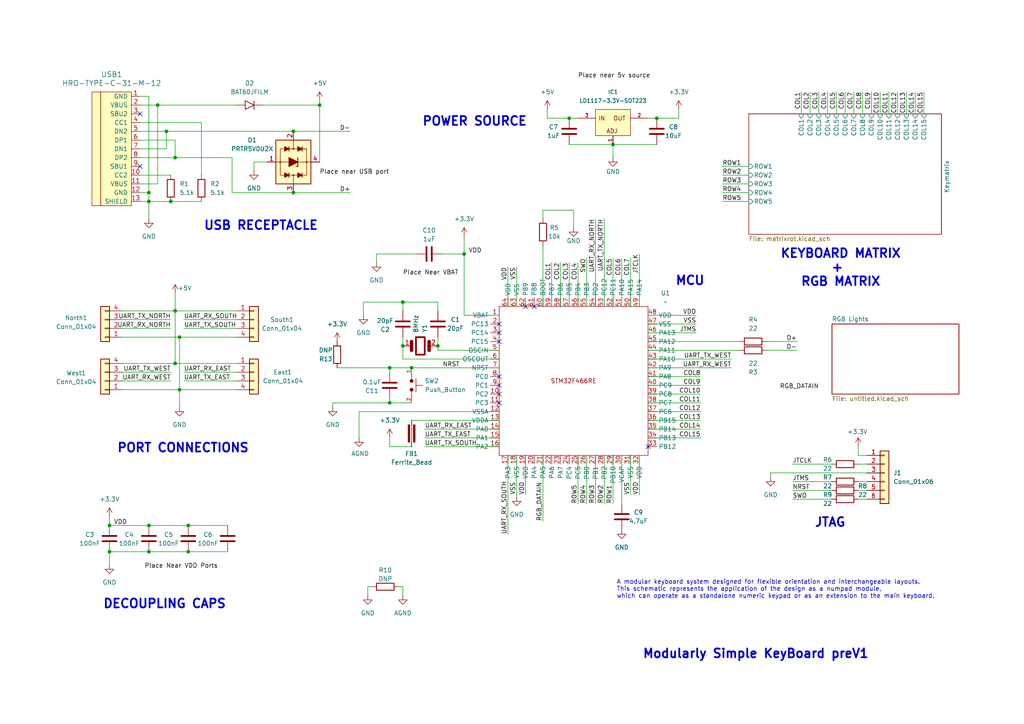
<source format=kicad_sch>
(kicad_sch (version 20250114) (generator "eeschema") (generator_version "9.0")
  (paper "A4")
  (lib_symbols
    (symbol "PCM_4ms_Connector:Conn_01x04" (pin_names (offset 1.016) (hide yes))
      (property "Reference" "J" (at 0 5.08 0))
      (property "Value" "Conn_01x04" (at 0 -7.62 0))
      (symbol "Conn_01x04_1_1"
        (rectangle (start -1.27 3.81) (end 1.27 -6.35) (stroke (width 0.254)) (fill (type background)))
        (rectangle (start -1.27 2.667) (end 0 2.413) (stroke (width 0.1524)))
        (rectangle (start -1.27 0.127) (end 0 -0.127) (stroke (width 0.1524)))
        (rectangle (start -1.27 -2.413) (end 0 -2.667) (stroke (width 0.1524)))
        (rectangle (start -1.27 -4.953) (end 0 -5.207) (stroke (width 0.1524)))
        (pin passive line (at -5.08 2.54 0) (length 3.81) (name "Pin_1") (number "1"))
        (pin passive line (at -5.08 0 0) (length 3.81) (name "Pin_2") (number "2"))
        (pin passive line (at -5.08 -2.54 0) (length 3.81) (name "Pin_3") (number "3"))
        (pin passive line (at -5.08 -5.08 0) (length 3.81) (name "Pin_4") (number "4"))
      )
    )
    (symbol "PCM_4ms_Connector:Conn_01x06" (pin_names (offset 1.016) (hide yes))
      (property "Reference" "J" (at 0 7.62 0))
      (property "Value" "Conn_01x06" (at 0 -10.16 0))
      (symbol "Conn_01x06_1_1"
        (rectangle (start -1.27 6.35) (end 1.27 -8.89) (stroke (width 0.254)) (fill (type background)))
        (rectangle (start -1.27 5.207) (end 0 4.953) (stroke (width 0.1524)))
        (rectangle (start -1.27 2.667) (end 0 2.413) (stroke (width 0.1524)))
        (rectangle (start -1.27 0.127) (end 0 -0.127) (stroke (width 0.1524)))
        (rectangle (start -1.27 -2.413) (end 0 -2.667) (stroke (width 0.1524)))
        (rectangle (start -1.27 -4.953) (end 0 -5.207) (stroke (width 0.1524)))
        (rectangle (start -1.27 -7.493) (end 0 -7.747) (stroke (width 0.1524)))
        (pin passive line (at -5.08 5.08 0) (length 3.81) (name "Pin_1") (number "1"))
        (pin passive line (at -5.08 2.54 0) (length 3.81) (name "Pin_2") (number "2"))
        (pin passive line (at -5.08 0 0) (length 3.81) (name "Pin_3") (number "3"))
        (pin passive line (at -5.08 -2.54 0) (length 3.81) (name "Pin_4") (number "4"))
        (pin passive line (at -5.08 -5.08 0) (length 3.81) (name "Pin_5") (number "5"))
        (pin passive line (at -5.08 -7.62 0) (length 3.81) (name "Pin_6") (number "6"))
      )
    )
    (symbol "PCM_4ms_Diode:D_Generic" (pin_numbers (hide yes)) (pin_names (offset 1.016) (hide yes))
      (property "Reference" "D" (at 0 2.54 0))
      (property "Value" "D_Generic" (at 0 -2.54 0))
      (symbol "D_Generic_0_1"
        (polyline (pts (xy -1.27 1.27) (xy -1.27 -1.27)) (stroke (width 0.2032)))
        (polyline (pts (xy 1.27 1.27) (xy 1.27 -1.27) (xy -1.27 0) (xy 1.27 1.27)) (stroke (width 0.2032)))
      )
      (symbol "D_Generic_1_1"
        (pin passive line (at -3.81 0 0) (length 2.54) (name "K") (number "1"))
        (pin passive line (at 3.81 0 180) (length 2.54) (name "A") (number "2"))
      )
    )
    (symbol "PCM_4ms_Power-symbol:+3.3V" (power) (pin_names (offset 0))
      (property "Value" "+3.3V" (at 0 3.556 0))
      (symbol "+3.3V_0_1"
        (polyline (pts (xy -0.762 1.27) (xy 0 2.54)))
        (polyline (pts (xy 0 2.54) (xy 0.762 1.27)))
        (polyline (pts (xy 0 0) (xy 0 2.54)))
      )
      (symbol "+3.3V_1_1"
        (pin power_in line (at 0 0 90) (length 0) (hide yes) (name "+3V3") (number "1"))
      )
    )
    (symbol "PCM_4ms_Power-symbol:+5V" (power) (pin_names (offset 0))
      (property "Value" "+5V" (at 0 3.556 0))
      (symbol "+5V_0_1"
        (polyline (pts (xy -0.762 1.27) (xy 0 2.54)))
        (polyline (pts (xy 0 2.54) (xy 0.762 1.27)))
        (polyline (pts (xy 0 0) (xy 0 2.54)))
      )
      (symbol "+5V_1_1"
        (pin power_in line (at 0 0 90) (length 0) (hide yes) (name "+5V") (number "1"))
      )
    )
    (symbol "PCM_4ms_Power-symbol:GND" (power) (pin_names (offset 0))
      (property "Value" "GND" (at 0 -3.81 0))
      (symbol "GND_0_1"
        (polyline (pts (xy 0 0) (xy 0 -1.27) (xy 1.27 -1.27) (xy 0 -2.54) (xy -1.27 -1.27) (xy 0 -1.27)))
      )
      (symbol "GND_1_1"
        (pin power_in line (at 0 0 270) (length 0) (hide yes) (name "GND") (number "1"))
      )
    )
    (symbol "PCM_4ms_Power-symbol:GNDA" (power) (pin_numbers (hide yes)) (pin_names (offset 0) (hide yes))
      (property "Value" "GNDA" (at 0 -3.81 0))
      (symbol "GNDA_0_1"
        (polyline (pts (xy 0 0) (xy 0 -1.27) (xy 1.27 -1.27) (xy 0 -2.54) (xy -1.27 -1.27) (xy 0 -1.27)))
      )
      (symbol "GNDA_1_1"
        (pin power_in line (at 0 0 270) (length 0) (hide yes) (name "GNDA") (number "1"))
      )
    )
    (symbol "PCM_4ms_Regulator:LD1117-3.3V-SOT223" (pin_names (offset 1.016) (hide yes))
      (property "Reference" "IC" (at 2.54 -6.35 0))
      (property "Value" "LD1117-3.3V-SOT223" (at -4.445 4.445 0))
      (symbol "LD1117-3.3V-SOT223_1_0"
        (rectangle (start -5.08 3.81) (end 5.08 -3.81) (fill (type background)))
        (text "IN" (at -3.2766 1.2446 0) (effects (font (size 1.2192 1.2192))))
        (text "ADJ" (at -0.2794 -2.4384 0) (effects (font (size 1.2192 1.2192))))
        (text "OUT" (at 1.8796 1.2446 0) (effects (font (size 1.2192 1.2192))))
      )
      (symbol "LD1117-3.3V-SOT223_1_1"
        (pin input line (at -10.16 1.27 0) (length 5.08) (name "IN") (number "3"))
        (pin input line (at 0 -6.35 90) (length 2.54) (name "ADJ") (number "1"))
        (pin passive line (at 10.16 1.27 180) (length 5.08) (name "OUT") (number "2"))
      )
    )
    (symbol "PCM_Capacitor_AKL:C_0805" (pin_numbers (hide yes)) (pin_names (offset 0.254))
      (property "Reference" "C" (at 0.635 2.54 0))
      (property "Value" "C_0805" (at 0.635 -2.54 0))
      (symbol "C_0805_0_1"
        (polyline (pts (xy -2.032 0.762) (xy 2.032 0.762)) (stroke (width 0.508)))
        (polyline (pts (xy -2.032 -0.762) (xy 2.032 -0.762)) (stroke (width 0.508)))
      )
      (symbol "C_0805_0_2"
        (polyline (pts (xy -2.54 -2.54) (xy -0.381 -0.381)))
        (polyline (pts (xy -0.508 -0.508) (xy -1.651 0.635)) (stroke (width 0.508)))
        (polyline (pts (xy -0.508 -0.508) (xy 0.635 -1.651)) (stroke (width 0.508)))
        (polyline (pts (xy 0.381 0.381) (xy 2.54 2.54)))
        (polyline (pts (xy 0.508 0.508) (xy -0.635 1.651)) (stroke (width 0.508)))
        (polyline (pts (xy 0.508 0.508) (xy 1.651 -0.635)) (stroke (width 0.508)))
      )
      (symbol "C_0805_1_1"
        (pin passive line (at 0 3.81 270) (length 2.794) (name "~") (number "1"))
        (pin passive line (at 0 -3.81 90) (length 2.794) (name "~") (number "2"))
      )
      (symbol "C_0805_1_2"
        (pin passive line (at -2.54 -2.54 90) (length 0) (name "~") (number "2"))
        (pin passive line (at 2.54 2.54 270) (length 0) (name "~") (number "1"))
      )
    )
    (symbol "PCM_Device_AKL:Ferrite_Bead" (pin_numbers (hide yes)) (pin_names (offset 0))
      (property "Reference" "FB" (at 0 4.572 0))
      (property "Value" "Ferrite_Bead" (at 0 3.175 0))
      (symbol "Ferrite_Bead_0_1"
        (rectangle (start -2.54 1.016) (end 2.54 0.508) (fill (type outline)))
        (polyline (pts (xy 2.54 0) (xy -2.54 0)))
      )
      (symbol "Ferrite_Bead_1_1"
        (rectangle (start -2.54 -0.508) (end 2.54 -1.016) (fill (type outline)))
        (pin passive line (at -3.81 0 0) (length 1.27) (name "~") (number "1"))
        (pin passive line (at 3.81 0 180) (length 1.27) (name "~") (number "2"))
      )
    )
    (symbol "PCM_Diode_TVS_AKL:PRTR5V0U2X" (pin_names (offset 1.016) (hide yes))
      (property "Reference" "D" (at 7.62 8.89 0))
      (property "Value" "PRTR5V0U2X" (at 7.62 6.35 0))
      (symbol "PRTR5V0U2X_0_1"
        (rectangle (start -6.35 5.08) (end 6.35 -5.08) (stroke (width 0.254)) (fill (type background)))
        (polyline (pts (xy -3.81 2.54) (xy -3.81 3.81) (xy 3.81 3.81) (xy 3.81 2.54)))
        (polyline (pts (xy -3.81 2.54) (xy -3.175 1.27) (xy -4.445 1.27) (xy -3.81 2.54)) (stroke (width 0.254)) (fill (type outline)))
        (circle (center -3.81 0) (radius 0.1778) (fill (type outline)))
        (polyline (pts (xy -3.81 0) (xy -6.35 0)))
        (polyline (pts (xy -3.81 -1.27) (xy -3.81 1.27)))
        (polyline (pts (xy -3.81 -1.27) (xy -3.175 -2.54) (xy -4.445 -2.54) (xy -3.81 -1.27)) (stroke (width 0.254)) (fill (type outline)))
        (polyline (pts (xy -3.81 -2.54) (xy -3.81 -3.81) (xy 3.81 -3.81) (xy 3.81 -2.54)))
        (polyline (pts (xy -3.175 2.54) (xy -4.445 2.54)) (stroke (width 0.254)))
        (polyline (pts (xy -3.175 -1.27) (xy -4.445 -1.27)) (stroke (width 0.254)))
        (circle (center 0 3.81) (radius 0.1778) (fill (type outline)))
        (polyline (pts (xy 0 1.27) (xy 0 5.08)))
        (polyline (pts (xy 0 -1.27) (xy 0 -5.08)))
        (polyline (pts (xy 3.81 2.54) (xy 4.445 1.27) (xy 3.175 1.27) (xy 3.81 2.54)) (stroke (width 0.254)) (fill (type outline)))
        (polyline (pts (xy 3.81 0) (xy 6.35 0)))
        (circle (center 3.81 0) (radius 0.1778) (fill (type outline)))
        (polyline (pts (xy 3.81 -1.27) (xy 3.81 1.27)))
        (polyline (pts (xy 3.81 -1.27) (xy 4.445 -2.54) (xy 3.175 -2.54) (xy 3.81 -1.27)) (stroke (width 0.254)) (fill (type outline)))
        (polyline (pts (xy 4.445 2.54) (xy 3.175 2.54)) (stroke (width 0.254)))
        (polyline (pts (xy 4.445 -1.27) (xy 3.175 -1.27)) (stroke (width 0.254)))
      )
      (symbol "PRTR5V0U2X_1_1"
        (polyline (pts (xy -3.81 1.27) (xy -3.81 3.81)))
        (polyline (pts (xy -1.27 1.27) (xy 1.27 1.27)) (stroke (width 0.254)))
        (polyline (pts (xy 0 -1.27) (xy 0 1.27)))
        (circle (center 0 -3.81) (radius 0.1778) (fill (type outline)))
        (polyline (pts (xy 1.27 1.27) (xy 1.27 0.762)) (stroke (width 0.254)))
        (polyline (pts (xy 1.27 -1.27) (xy -1.27 -1.27) (xy 0 1.27) (xy 1.27 -1.27)) (stroke (width 0.254)) (fill (type outline)))
        (pin passive line (at -8.89 0 0) (length 2.54) (name "L1") (number "2"))
        (pin passive line (at 0 7.62 270) (length 2.54) (name "VP") (number "4"))
        (pin passive line (at 0 -7.62 90) (length 2.54) (name "VN") (number "1"))
        (pin passive line (at 8.89 0 180) (length 2.54) (name "L2") (number "3"))
      )
    )
    (symbol "PCM_Resistor_AKL:R_0805" (pin_numbers (hide yes)) (pin_names (offset 0))
      (property "Reference" "R" (at 2.54 1.27 0))
      (property "Value" "R_0805" (at 2.54 -1.27 0))
      (symbol "R_0805_0_1"
        (rectangle (start -1.016 2.54) (end 1.016 -2.54) (stroke (width 0.254)))
      )
      (symbol "R_0805_0_2"
        (polyline (pts (xy -2.54 -2.54) (xy -1.524 -1.524)))
        (polyline (pts (xy 1.524 1.524) (xy 2.54 2.54)))
        (polyline (pts (xy 1.524 1.524) (xy 0.889 2.159) (xy -2.159 -0.889) (xy -0.889 -2.159) (xy 2.159 0.889) (xy 1.524 1.524)) (stroke (width 0.254)))
      )
      (symbol "R_0805_1_1"
        (pin passive line (at 0 3.81 270) (length 1.27) (name "~") (number "1"))
        (pin passive line (at 0 -3.81 90) (length 1.27) (name "~") (number "2"))
      )
      (symbol "R_0805_1_2"
        (pin passive line (at -2.54 -2.54 0) (length 0) (name "") (number "2"))
        (pin passive line (at 2.54 2.54 180) (length 0) (name "") (number "1"))
      )
    )
    (symbol "PCM_SL_Devices:Crystal_8MHz"
      (property "Reference" "Y" (at 0 7.62 0))
      (property "Value" "Crystal_8MHz" (at 0 5.08 0))
      (symbol "Crystal_8MHz_0_1"
        (polyline (pts (xy -2.54 1.27) (xy -2.54 -1.27)) (stroke (width 1)))
        (rectangle (start -1.27 2.54) (end 1.27 -2.54) (stroke (width 0.5)))
        (polyline (pts (xy 2.54 1.27) (xy 2.54 -1.27)) (stroke (width 1)))
      )
      (symbol "Crystal_8MHz_1_1"
        (pin passive line (at -5.08 0 0) (length 2.54) (name "") (number "1"))
        (pin passive line (at 5.08 0 180) (length 2.54) (name "") (number "2"))
      )
    )
    (symbol "PCM_SL_Devices:Push_Button"
      (property "Reference" "SW" (at 0 6.35 0))
      (property "Value" "Push_Button" (at 0 4.445 0))
      (symbol "Push_Button_0_1"
        (polyline (pts (xy -3.175 0) (xy -1.778 0)))
        (polyline (pts (xy -1.905 1.27) (xy 1.905 1.27)))
        (circle (center -1.27 0) (radius 0.4579) (fill (type outline)))
        (polyline (pts (xy 0 1.27) (xy 0 3.175)))
        (circle (center 1.27 0) (radius 0.4579) (fill (type outline)))
        (polyline (pts (xy 1.778 0) (xy 3.175 0)))
      )
      (symbol "Push_Button_1_1"
        (pin passive line (at -5.08 0 0) (length 2) (name "") (number "1"))
        (pin passive line (at 5.08 0 180) (length 2) (name "") (number "2"))
      )
    )
    (symbol "Type-C:HRO-TYPE-C-31-M-12" (pin_names (offset 1.016))
      (property "Reference" "USB" (at -5.08 16.51 0))
      (property "Value" "HRO-TYPE-C-31-M-12" (at -10.16 -1.27 90))
      (symbol "HRO-TYPE-C-31-M-12_0_1"
        (rectangle (start -11.43 15.24) (end -8.89 -17.78) (fill (type background)))
        (rectangle (start 0 -17.78) (end -8.89 15.24) (fill (type background)))
      )
      (symbol "HRO-TYPE-C-31-M-12_1_1"
        (pin input line (at 2.54 13.97 180) (length 2.54) (name "GND") (number "1"))
        (pin input line (at 2.54 11.43 180) (length 2.54) (name "VBUS") (number "2"))
        (pin input line (at 2.54 8.89 180) (length 2.54) (name "SBU2") (number "3"))
        (pin input line (at 2.54 6.35 180) (length 2.54) (name "CC1") (number "4"))
        (pin input line (at 2.54 3.81 180) (length 2.54) (name "DN2") (number "5"))
        (pin input line (at 2.54 1.27 180) (length 2.54) (name "DP1") (number "6"))
        (pin input line (at 2.54 -1.27 180) (length 2.54) (name "DN1") (number "7"))
        (pin input line (at 2.54 -3.81 180) (length 2.54) (name "DP2") (number "8"))
        (pin input line (at 2.54 -6.35 180) (length 2.54) (name "SBU1") (number "9"))
        (pin input line (at 2.54 -8.89 180) (length 2.54) (name "CC2") (number "10"))
        (pin input line (at 2.54 -11.43 180) (length 2.54) (name "VBUS") (number "11"))
        (pin input line (at 2.54 -13.97 180) (length 2.54) (name "GND") (number "12"))
        (pin input line (at 2.54 -16.51 180) (length 2.54) (name "SHIELD") (number "13"))
      )
    )
    (symbol "power:GND" (power) (pin_numbers (hide yes)) (pin_names (offset 0) (hide yes))
      (property "Value" "GND" (at 0 -3.81 0))
      (symbol "GND_0_1"
        (polyline (pts (xy 0 0) (xy 0 -1.27) (xy 1.27 -1.27) (xy 0 -2.54) (xy -1.27 -1.27) (xy 0 -1.27)))
      )
      (symbol "GND_1_1"
        (pin power_in line (at 0 0 270) (length 0) (name "~") (number "1"))
      )
    )
    (symbol "stm32f446ret6:STM32F446RET6"
      (property "Reference" "U" (at -1.016 1.016 0))
      (symbol "STM32F446RET6_0_1"
        (rectangle (start 0 0) (end 43.18 -43.18))
      )
      (symbol "STM32F446RET6_1_1"
        (text "STM32F466RE\n" (at 21.59 -21.59 0) (effects (font (size 1.27 1.27))))
        (pin bidirectional line (at 0 -2.54 180) (length 2.54) (name "VBAT") (number "1"))
        (pin bidirectional line (at 0 -5.08 180) (length 2.54) (name "PC13") (number "2"))
        (pin bidirectional line (at 0 -7.62 180) (length 2.54) (name "PC14") (number "3"))
        (pin bidirectional line (at 0 -10.16 180) (length 2.54) (name "PC15") (number "4"))
        (pin bidirectional line (at 0 -12.7 180) (length 2.54) (name "OSCIN") (number "5"))
        (pin bidirectional line (at 0 -15.24 180) (length 2.54) (name "OSCOUT") (number "6"))
        (pin bidirectional line (at 0 -17.78 180) (length 2.54) (name "NRST") (number "7"))
        (pin bidirectional line (at 0 -20.32 180) (length 2.54) (name "PC0") (number "8"))
        (pin bidirectional line (at 0 -22.86 180) (length 2.54) (name "PC1") (number "9"))
        (pin bidirectional line (at 0 -25.4 180) (length 2.54) (name "PC2") (number "10"))
        (pin bidirectional line (at 0 -27.94 180) (length 2.54) (name "PC3") (number "11"))
        (pin bidirectional line (at 0 -30.48 180) (length 2.54) (name "VSSA") (number "12"))
        (pin bidirectional line (at 0 -33.02 180) (length 2.54) (name "VDDA") (number "13"))
        (pin bidirectional line (at 0 -35.56 180) (length 2.54) (name "PA0") (number "14"))
        (pin bidirectional line (at 0 -38.1 180) (length 2.54) (name "PA1") (number "15"))
        (pin bidirectional line (at 0 -40.64 180) (length 2.54) (name "PA2") (number "16"))
        (pin bidirectional line (at 2.54 0 90) (length 2.54) (name "VDD") (number "64"))
        (pin bidirectional line (at 2.54 -43.18 270) (length 2.54) (name "PA3") (number "17"))
        (pin bidirectional line (at 5.08 0 90) (length 2.54) (name "VSS") (number "63"))
        (pin bidirectional line (at 5.08 -43.18 270) (length 2.54) (name "VSS") (number "18"))
        (pin bidirectional line (at 7.62 0 90) (length 2.54) (name "PB9") (number "62"))
        (pin bidirectional line (at 7.62 -43.18 270) (length 2.54) (name "VDD") (number "19"))
        (pin bidirectional line (at 10.16 0 90) (length 2.54) (name "PB8") (number "61"))
        (pin bidirectional line (at 10.16 -43.18 270) (length 2.54) (name "PA4") (number "20"))
        (pin bidirectional line (at 12.7 0 90) (length 2.54) (name "BOOT") (number "60"))
        (pin bidirectional line (at 12.7 -43.18 270) (length 2.54) (name "PA5") (number "21"))
        (pin bidirectional line (at 15.24 0 90) (length 2.54) (name "PB7") (number "59"))
        (pin bidirectional line (at 15.24 -43.18 270) (length 2.54) (name "PA6") (number "22"))
        (pin bidirectional line (at 17.78 0 90) (length 2.54) (name "PB6") (number "58"))
        (pin bidirectional line (at 17.78 -43.18 270) (length 2.54) (name "PA7") (number "23"))
        (pin bidirectional line (at 20.32 0 90) (length 2.54) (name "PB5") (number "57"))
        (pin bidirectional line (at 20.32 -43.18 270) (length 2.54) (name "PC4") (number "24"))
        (pin bidirectional line (at 22.86 0 90) (length 2.54) (name "PB4") (number "56"))
        (pin bidirectional line (at 22.86 -43.18 270) (length 2.54) (name "PC5") (number "25"))
        (pin bidirectional line (at 25.4 0 90) (length 2.54) (name "PB3") (number "55"))
        (pin bidirectional line (at 25.4 -43.18 270) (length 2.54) (name "PB0") (number "26"))
        (pin bidirectional line (at 27.94 0 90) (length 2.54) (name "PD2") (number "54"))
        (pin bidirectional line (at 27.94 -43.18 270) (length 2.54) (name "PB1") (number "27"))
        (pin bidirectional line (at 30.48 0 90) (length 2.54) (name "PC12") (number "53"))
        (pin bidirectional line (at 30.48 -43.18 270) (length 2.54) (name "PB2") (number "28"))
        (pin bidirectional line (at 33.02 0 90) (length 2.54) (name "PC11") (number "52"))
        (pin bidirectional line (at 33.02 -43.18 270) (length 2.54) (name "PB10") (number "29"))
        (pin bidirectional line (at 35.56 0 90) (length 2.54) (name "PA10") (number "51"))
        (pin bidirectional line (at 35.56 -43.18 270) (length 2.54) (name "VCAP") (number "30"))
        (pin bidirectional line (at 38.1 0 90) (length 2.54) (name "PA15") (number "50"))
        (pin bidirectional line (at 38.1 -43.18 270) (length 2.54) (name "VSS") (number "31"))
        (pin bidirectional line (at 40.64 0 90) (length 2.54) (name "PA14") (number "49"))
        (pin bidirectional line (at 40.64 -43.18 270) (length 2.54) (name "VDD") (number "32"))
        (pin bidirectional line (at 43.18 -2.54 0) (length 2.54) (name "VDD") (number "48"))
        (pin bidirectional line (at 43.18 -5.08 0) (length 2.54) (name "VSS") (number "47"))
        (pin bidirectional line (at 43.18 -7.62 0) (length 2.54) (name "PA13") (number "46"))
        (pin bidirectional line (at 43.18 -10.16 0) (length 2.54) (name "PA12") (number "45"))
        (pin bidirectional line (at 43.18 -12.7 0) (length 2.54) (name "PA11") (number "44"))
        (pin bidirectional line (at 43.18 -15.24 0) (length 2.54) (name "PA10") (number "43"))
        (pin bidirectional line (at 43.18 -17.78 0) (length 2.54) (name "PA9") (number "42"))
        (pin bidirectional line (at 43.18 -20.32 0) (length 2.54) (name "PA8") (number "41"))
        (pin bidirectional line (at 43.18 -22.86 0) (length 2.54) (name "PC9") (number "40"))
        (pin bidirectional line (at 43.18 -25.4 0) (length 2.54) (name "PC8") (number "39"))
        (pin bidirectional line (at 43.18 -27.94 0) (length 2.54) (name "PC7") (number "38"))
        (pin bidirectional line (at 43.18 -30.48 0) (length 2.54) (name "PC6") (number "37"))
        (pin bidirectional line (at 43.18 -33.02 0) (length 2.54) (name "PB15") (number "36"))
        (pin bidirectional line (at 43.18 -35.56 0) (length 2.54) (name "PB14") (number "35"))
        (pin bidirectional line (at 43.18 -38.1 0) (length 2.54) (name "PB13") (number "34"))
        (pin bidirectional line (at 43.18 -40.64 0) (length 2.54) (name "PB12") (number "33"))
      )
    )
  )
  (text "MCU" (at 200.152 81.534 0) (effects (font (size 2.54 2.54) (thickness 0.508) (bold yes))))
  (text "+ \nRGB MATRIX" (at 243.84 79.756 0) (effects (font (size 2.54 2.54) (thickness 0.508) (bold yes))))
  (text "DECOUPLING CAPS\n" (at 47.752 175.26 0) (effects (font (size 2.54 2.54) (thickness 0.508) (bold yes))))
  (text "PORT CONNECTIONS\n" (at 53.086 130.048 0) (effects (font (size 2.54 2.54) (thickness 0.508) (bold yes))))
  (text "POWER SOURCE\n" (at 137.668 35.306 0) (effects (font (size 2.54 2.54) (thickness 0.508) (bold yes))))
  (text "USB RECEPTACLE" (at 75.692 65.532 0) (effects (font (size 2.54 2.54) (thickness 0.508) (bold yes))))
  (text "KEYBOARD MATRIX\n" (at 243.84 73.66 0) (effects (font (size 2.54 2.54) (thickness 0.508) (bold yes))))
  (text "A modular keyboard system designed for flexible orientation and interchangeable layouts.\nThis schematic represents the application of the design as a numpad module, \nwhich can operate as a standalone numeric keypad or as an extension to the main keyboard." (at 178.816 170.942 0) (effects (font (size 1.27 1.27) (thickness 0.1588)) (justify left)))
  (text "Modularly Simple KeyBoard preV1" (at 219.202 189.738 0) (effects (font (size 2.54 2.54) (thickness 0.508) (bold yes))))
  (text "JTAG" (at 240.792 151.638 0) (effects (font (size 2.54 2.54) (thickness 0.508) (bold yes))))
  (junction (at 48.26 38.1))
  (junction (at 43.18 58.42))
  (junction (at 43.18 152.4))
  (junction (at 50.8 105.41))
  (junction (at 43.18 55.88))
  (junction (at 31.75 160.02))
  (junction (at 49.53 58.42))
  (junction (at 190.5 34.29))
  (junction (at 134.62 73.66))
  (junction (at 92.71 30.48))
  (junction (at 52.07 113.03))
  (junction (at 165.1 34.29))
  (junction (at 50.8 45.72))
  (junction (at 113.03 106.68))
  (junction (at 43.18 160.02))
  (junction (at 113.03 116.84))
  (junction (at 54.61 160.02))
  (junction (at 54.61 152.4))
  (junction (at 127 100.33))
  (junction (at 45.72 30.48))
  (junction (at 52.07 97.79))
  (junction (at 177.8 41.91))
  (junction (at 116.84 87.63))
  (junction (at 85.09 38.1))
  (junction (at 119.38 106.68))
  (junction (at 31.75 152.4))
  (junction (at 116.84 100.33))
  (junction (at 85.09 55.88))
  (junction (at 50.8 90.17))
  (no_connect (at 144.78 116.84))
  (no_connect (at 152.4 88.9))
  (no_connect (at 144.78 111.76))
  (no_connect (at 187.96 129.54))
  (no_connect (at 40.64 33.02))
  (no_connect (at 154.94 88.9))
  (no_connect (at 144.78 99.06))
  (no_connect (at 144.78 109.22))
  (no_connect (at 40.64 48.26))
  (no_connect (at 144.78 96.52))
  (no_connect (at 144.78 114.3))
  (no_connect (at 144.78 93.98))
  (wire (pts (xy 31.75 160.02) (xy 31.75 163.83)))
  (wire (pts (xy 196.85 31.75) (xy 196.85 34.29)))
  (wire (pts (xy 67.31 55.88) (xy 85.09 55.88)))
  (wire (pts (xy 43.18 58.42) (xy 49.53 58.42)))
  (wire (pts (xy 96.52 116.84) (xy 113.03 116.84)))
  (wire (pts (xy 144.78 91.44) (xy 134.62 91.44)))
  (wire (pts (xy 50.8 85.09) (xy 50.8 90.17)))
  (wire (pts (xy 167.64 34.29) (xy 165.1 34.29)))
  (wire (pts (xy 105.41 87.63) (xy 116.84 87.63)))
  (wire (pts (xy 123.19 129.54) (xy 144.78 129.54)))
  (wire (pts (xy 147.32 77.47) (xy 147.32 88.9)))
  (wire (pts (xy 52.07 97.79) (xy 68.58 97.79)))
  (wire (pts (xy 187.96 93.98) (xy 201.93 93.98)))
  (wire (pts (xy 240.03 26.67) (xy 240.03 33.02)))
  (wire (pts (xy 255.27 26.67) (xy 255.27 33.02)))
  (wire (pts (xy 187.96 96.52) (xy 201.93 96.52)))
  (wire (pts (xy 165.1 76.2) (xy 165.1 88.9)))
  (wire (pts (xy 116.84 87.63) (xy 127 87.63)))
  (wire (pts (xy 209.55 50.8) (xy 217.17 50.8)))
  (wire (pts (xy 109.22 73.66) (xy 120.65 73.66)))
  (wire (pts (xy 242.57 26.67) (xy 242.57 33.02)))
  (wire (pts (xy 229.87 134.62) (xy 241.3 134.62)))
  (wire (pts (xy 209.55 58.42) (xy 217.17 58.42)))
  (wire (pts (xy 43.18 55.88) (xy 40.64 55.88)))
  (wire (pts (xy 49.53 92.71) (xy 35.56 92.71)))
  (wire (pts (xy 43.18 160.02) (xy 54.61 160.02)))
  (wire (pts (xy 127 101.6) (xy 144.78 101.6)))
  (wire (pts (xy 167.64 132.08) (xy 167.64 146.05)))
  (wire (pts (xy 149.86 77.47) (xy 149.86 88.9)))
  (wire (pts (xy 116.84 100.33) (xy 116.84 104.14)))
  (wire (pts (xy 134.62 91.44) (xy 134.62 73.66)))
  (wire (pts (xy 31.75 149.86) (xy 31.75 152.4)))
  (wire (pts (xy 109.22 73.66) (xy 109.22 76.2)))
  (wire (pts (xy 77.47 46.99) (xy 73.66 46.99)))
  (wire (pts (xy 53.34 95.25) (xy 68.58 95.25)))
  (wire (pts (xy 157.48 132.08) (xy 157.48 151.13)))
  (wire (pts (xy 187.96 104.14) (xy 212.09 104.14)))
  (wire (pts (xy 127 100.33) (xy 127 101.6)))
  (wire (pts (xy 185.42 143.51) (xy 185.42 132.08)))
  (wire (pts (xy 152.4 132.08) (xy 152.4 143.51)))
  (wire (pts (xy 172.72 132.08) (xy 172.72 146.05)))
  (wire (pts (xy 50.8 45.72) (xy 67.31 45.72)))
  (wire (pts (xy 35.56 105.41) (xy 50.8 105.41)))
  (wire (pts (xy 53.34 107.95) (xy 68.58 107.95)))
  (wire (pts (xy 73.66 46.99) (xy 73.66 49.53)))
  (wire (pts (xy 175.26 63.5) (xy 175.26 88.9)))
  (wire (pts (xy 248.92 129.54) (xy 248.92 132.08)))
  (wire (pts (xy 52.07 118.11) (xy 52.07 113.03)))
  (wire (pts (xy 119.38 129.54) (xy 113.03 129.54)))
  (wire (pts (xy 182.88 132.08) (xy 182.88 143.51)))
  (wire (pts (xy 58.42 35.56) (xy 58.42 50.8)))
  (wire (pts (xy 119.38 106.68) (xy 144.78 106.68)))
  (wire (pts (xy 177.8 41.91) (xy 190.5 41.91)))
  (wire (pts (xy 223.52 137.16) (xy 251.46 137.16)))
  (wire (pts (xy 35.56 97.79) (xy 52.07 97.79)))
  (wire (pts (xy 53.34 110.49) (xy 68.58 110.49)))
  (wire (pts (xy 116.84 87.63) (xy 116.84 90.17)))
  (wire (pts (xy 248.92 132.08) (xy 251.46 132.08)))
  (wire (pts (xy 50.8 90.17) (xy 50.8 105.41)))
  (wire (pts (xy 209.55 55.88) (xy 217.17 55.88)))
  (wire (pts (xy 40.64 58.42) (xy 43.18 58.42)))
  (wire (pts (xy 187.96 34.29) (xy 190.5 34.29)))
  (wire (pts (xy 175.26 132.08) (xy 175.26 146.05)))
  (wire (pts (xy 229.87 142.24) (xy 241.3 142.24)))
  (wire (pts (xy 165.1 41.91) (xy 177.8 41.91)))
  (wire (pts (xy 158.75 34.29) (xy 158.75 31.75)))
  (wire (pts (xy 187.96 106.68) (xy 212.09 106.68)))
  (wire (pts (xy 43.18 58.42) (xy 43.18 55.88)))
  (wire (pts (xy 76.2 30.48) (xy 92.71 30.48)))
  (wire (pts (xy 35.56 110.49) (xy 49.53 110.49)))
  (wire (pts (xy 162.56 76.2) (xy 162.56 88.9)))
  (wire (pts (xy 187.96 111.76) (xy 203.2 111.76)))
  (wire (pts (xy 53.34 92.71) (xy 68.58 92.71)))
  (wire (pts (xy 187.96 124.46) (xy 203.2 124.46)))
  (wire (pts (xy 134.62 68.58) (xy 134.62 73.66)))
  (wire (pts (xy 185.42 73.66) (xy 185.42 88.9)))
  (wire (pts (xy 50.8 105.41) (xy 68.58 105.41)))
  (wire (pts (xy 260.35 26.67) (xy 260.35 33.02)))
  (wire (pts (xy 40.64 30.48) (xy 45.72 30.48)))
  (wire (pts (xy 40.64 38.1) (xy 48.26 38.1)))
  (wire (pts (xy 40.64 50.8) (xy 49.53 50.8)))
  (wire (pts (xy 248.92 134.62) (xy 251.46 134.62)))
  (wire (pts (xy 113.03 107.95) (xy 113.03 106.68)))
  (wire (pts (xy 128.27 73.66) (xy 134.62 73.66)))
  (wire (pts (xy 267.97 26.67) (xy 267.97 33.02)))
  (wire (pts (xy 234.95 26.67) (xy 234.95 33.02)))
  (wire (pts (xy 48.26 38.1) (xy 85.09 38.1)))
  (wire (pts (xy 113.03 129.54) (xy 113.03 127)))
  (wire (pts (xy 67.31 45.72) (xy 67.31 55.88)))
  (wire (pts (xy 265.43 26.67) (xy 265.43 33.02)))
  (wire (pts (xy 209.55 48.26) (xy 217.17 48.26)))
  (wire (pts (xy 106.68 172.72) (xy 106.68 170.18)))
  (wire (pts (xy 166.37 60.96) (xy 157.48 60.96)))
  (wire (pts (xy 54.61 152.4) (xy 66.04 152.4)))
  (wire (pts (xy 247.65 26.67) (xy 247.65 33.02)))
  (wire (pts (xy 104.14 119.38) (xy 144.78 119.38)))
  (wire (pts (xy 85.09 38.1) (xy 101.6 38.1)))
  (wire (pts (xy 167.64 76.2) (xy 167.64 88.9)))
  (wire (pts (xy 40.64 27.94) (xy 43.18 27.94)))
  (wire (pts (xy 113.03 106.68) (xy 119.38 106.68)))
  (wire (pts (xy 229.87 144.78) (xy 241.3 144.78)))
  (wire (pts (xy 115.57 170.18) (xy 116.84 170.18)))
  (wire (pts (xy 40.64 53.34) (xy 45.72 53.34)))
  (wire (pts (xy 85.09 55.88) (xy 101.6 55.88)))
  (wire (pts (xy 123.19 127) (xy 144.78 127)))
  (wire (pts (xy 106.68 170.18) (xy 107.95 170.18)))
  (wire (pts (xy 149.86 132.08) (xy 149.86 144.145)))
  (wire (pts (xy 52.07 113.03) (xy 68.58 113.03)))
  (wire (pts (xy 187.96 109.22) (xy 203.2 109.22)))
  (wire (pts (xy 160.02 76.2) (xy 160.02 88.9)))
  (wire (pts (xy 172.72 63.5) (xy 172.72 88.9)))
  (wire (pts (xy 229.87 139.7) (xy 241.3 139.7)))
  (wire (pts (xy 252.73 26.67) (xy 252.73 33.02)))
  (wire (pts (xy 40.64 40.64) (xy 50.8 40.64)))
  (wire (pts (xy 248.92 144.78) (xy 251.46 144.78)))
  (wire (pts (xy 50.8 90.17) (xy 68.58 90.17)))
  (wire (pts (xy 35.56 90.17) (xy 50.8 90.17)))
  (wire (pts (xy 157.48 71.12) (xy 157.48 88.9)))
  (wire (pts (xy 170.18 74.93) (xy 170.18 88.9)))
  (wire (pts (xy 187.96 127) (xy 203.2 127)))
  (wire (pts (xy 190.5 34.29) (xy 196.85 34.29)))
  (wire (pts (xy 232.41 26.67) (xy 232.41 33.02)))
  (wire (pts (xy 31.75 152.4) (xy 43.18 152.4)))
  (wire (pts (xy 43.18 58.42) (xy 43.18 63.5)))
  (wire (pts (xy 43.18 27.94) (xy 43.18 55.88)))
  (wire (pts (xy 49.53 95.25) (xy 35.56 95.25)))
  (wire (pts (xy 209.55 53.34) (xy 217.17 53.34)))
  (wire (pts (xy 96.52 116.84) (xy 96.52 118.11)))
  (wire (pts (xy 116.84 104.14) (xy 144.78 104.14)))
  (wire (pts (xy 222.25 99.06) (xy 231.14 99.06)))
  (wire (pts (xy 45.72 53.34) (xy 45.72 30.48)))
  (wire (pts (xy 223.52 138.43) (xy 223.52 137.16)))
  (wire (pts (xy 35.56 107.95) (xy 49.53 107.95)))
  (wire (pts (xy 40.64 35.56) (xy 58.42 35.56)))
  (wire (pts (xy 49.53 58.42) (xy 58.42 58.42)))
  (wire (pts (xy 170.18 132.08) (xy 170.18 146.05)))
  (wire (pts (xy 237.49 26.67) (xy 237.49 33.02)))
  (wire (pts (xy 68.58 30.48) (xy 45.72 30.48)))
  (wire (pts (xy 180.34 74.93) (xy 180.34 88.9)))
  (wire (pts (xy 182.88 74.93) (xy 182.88 88.9)))
  (wire (pts (xy 113.03 116.84) (xy 113.03 115.57)))
  (wire (pts (xy 165.1 34.29) (xy 158.75 34.29)))
  (wire (pts (xy 123.19 124.46) (xy 144.78 124.46)))
  (wire (pts (xy 187.96 119.38) (xy 203.2 119.38)))
  (wire (pts (xy 187.96 116.84) (xy 203.2 116.84)))
  (wire (pts (xy 97.79 106.68) (xy 113.03 106.68)))
  (wire (pts (xy 127 90.17) (xy 127 87.63)))
  (wire (pts (xy 116.84 170.18) (xy 116.84 172.72)))
  (wire (pts (xy 119.38 121.92) (xy 144.78 121.92)))
  (wire (pts (xy 92.71 29.21) (xy 92.71 30.48)))
  (wire (pts (xy 250.19 26.67) (xy 250.19 33.02)))
  (wire (pts (xy 50.8 45.72) (xy 50.8 40.64)))
  (wire (pts (xy 43.18 152.4) (xy 54.61 152.4)))
  (wire (pts (xy 48.26 38.1) (xy 48.26 43.18)))
  (wire (pts (xy 40.64 43.18) (xy 48.26 43.18)))
  (wire (pts (xy 104.14 127) (xy 104.14 119.38)))
  (wire (pts (xy 31.75 160.02) (xy 43.18 160.02)))
  (wire (pts (xy 54.61 160.02) (xy 66.04 160.02)))
  (wire (pts (xy 248.92 139.7) (xy 251.46 139.7)))
  (wire (pts (xy 180.34 132.08) (xy 180.34 146.05)))
  (wire (pts (xy 187.96 101.6) (xy 214.63 101.6)))
  (wire (pts (xy 147.32 132.08) (xy 147.32 154.94)))
  (wire (pts (xy 166.37 60.96) (xy 166.37 66.04)))
  (wire (pts (xy 177.8 41.91) (xy 177.8 45.72)))
  (wire (pts (xy 119.38 116.84) (xy 113.03 116.84)))
  (wire (pts (xy 262.89 26.67) (xy 262.89 33.02)))
  (wire (pts (xy 40.64 45.72) (xy 50.8 45.72)))
  (wire (pts (xy 92.71 30.48) (xy 92.71 46.99)))
  (wire (pts (xy 187.96 114.3) (xy 203.2 114.3)))
  (wire (pts (xy 248.92 142.24) (xy 251.46 142.24)))
  (wire (pts (xy 245.11 26.67) (xy 245.11 33.02)))
  (wire (pts (xy 116.84 97.79) (xy 116.84 100.33)))
  (wire (pts (xy 222.25 101.6) (xy 231.14 101.6)))
  (wire (pts (xy 187.96 99.06) (xy 214.63 99.06)))
  (wire (pts (xy 187.96 91.44) (xy 201.93 91.44)))
  (wire (pts (xy 52.07 113.03) (xy 35.56 113.03)))
  (wire (pts (xy 177.8 132.08) (xy 177.8 146.05)))
  (wire (pts (xy 52.07 97.79) (xy 52.07 113.03)))
  (wire (pts (xy 187.96 121.92) (xy 203.2 121.92)))
  (wire (pts (xy 157.48 60.96) (xy 157.48 63.5)))
  (wire (pts (xy 177.8 74.93) (xy 177.8 88.9)))
  (wire (pts (xy 127 97.79) (xy 127 100.33)))
  (wire (pts (xy 257.81 26.67) (xy 257.81 33.02)))
  (wire (pts (xy 105.41 91.44) (xy 105.41 87.63)))
  (label "ROW5" (at 167.64 146.05 90))
  (label "VDD" (at 147.32 77.47 270))
  (label "UART_TX_WEST" (at 212.09 104.14 180))
  (label "D-" (at 101.6 38.1 180))
  (label "UART_TX_NORTH" (at 49.53 92.71 180))
  (label "COL7" (at 247.65 26.67 270))
  (label "COL5" (at 242.57 26.67 270))
  (label "COL8" (at 203.2 109.22 180))
  (label "UART_TX_SOUTH" (at 53.34 95.25 0))
  (label "VSS" (at 182.88 143.51 90))
  (label "Place Near VDD Ports" (at 41.91 165.1 0))
  (label "COL12" (at 203.2 119.38 180))
  (label "ROW1" (at 177.8 146.05 90))
  (label "COL1" (at 160.02 76.2 270))
  (label "NRST" (at 229.87 142.24 0))
  (label "SWO" (at 170.18 74.93 270))
  (label "VDD" (at 185.42 143.51 90))
  (label "COL7" (at 182.88 74.93 270))
  (label "VDD" (at 139.7 73.66 180))
  (label "COL3" (at 165.1 76.2 270))
  (label "UART_TX_NORTH" (at 175.26 63.5 270))
  (label "COL3" (at 237.49 26.67 270))
  (label "UART_RX_WEST" (at 49.53 110.49 180))
  (label "VDD" (at 33.02 152.4 0))
  (label "COL6" (at 180.34 74.93 270))
  (label "COL4" (at 240.03 26.67 270))
  (label "D-" (at 231.14 101.6 180))
  (label "COL9" (at 203.2 111.76 180))
  (label "D+" (at 231.14 99.06 180))
  (label "COL4" (at 167.64 76.2 270))
  (label "NRST" (at 133.35 106.68 180))
  (label "COL15" (at 203.2 127 180))
  (label "SWO" (at 229.87 144.78 0))
  (label "UART_RX_SOUTH" (at 147.32 154.94 90))
  (label "UART_TX_WEST" (at 49.53 107.95 180))
  (label "COL10" (at 255.27 26.67 270))
  (label "COL1" (at 232.41 26.67 270))
  (label "Place near 5v source" (at 167.64 22.86 0))
  (label "UART_RX_EAST" (at 53.34 107.95 0))
  (label "D+" (at 101.6 55.88 180))
  (label "COL10" (at 203.2 114.3 180))
  (label "VSS" (at 149.86 77.47 270))
  (label "COL11" (at 203.2 116.84 180))
  (label "VSS" (at 149.86 143.51 90))
  (label "ROW3" (at 172.72 146.05 90))
  (label "ROW5" (at 209.55 58.42 0))
  (label "COL13" (at 203.2 121.92 180))
  (label "VSS" (at 201.93 93.98 180))
  (label "ROW4" (at 170.18 146.05 90))
  (label "ROW2" (at 209.55 50.8 0))
  (label "UART_RX_EAST" (at 123.19 124.46 0))
  (label "COL15" (at 267.97 26.67 270))
  (label "RGB_DATAIN" (at 157.48 151.13 90))
  (label "COL2" (at 162.56 76.2 270))
  (label "Place near USB port" (at 92.71 50.8 0))
  (label "COL9" (at 252.73 26.67 270))
  (label "COL5" (at 177.8 74.93 270))
  (label "Place Near VBAT" (at 116.84 80.01 0))
  (label "VDD" (at 152.4 143.51 90))
  (label "RGB_DATAIN" (at 237.49 113.03 180))
  (label "UART_RX_WEST" (at 212.09 106.68 180))
  (label "JTCLK" (at 229.87 134.62 0))
  (label "UART_RX_NORTH" (at 49.53 95.25 180))
  (label "JTMS" (at 201.93 96.52 180))
  (label "UART_TX_EAST" (at 53.34 110.49 0))
  (label "JTMS" (at 229.87 139.7 0))
  (label "UART_TX_SOUTH" (at 123.19 129.54 0))
  (label "COL6" (at 245.11 26.67 270))
  (label "COL14" (at 203.2 124.46 180))
  (label "UART_TX_EAST" (at 123.19 127 0))
  (label "COL11" (at 257.81 26.67 270))
  (label "COL2" (at 234.95 26.67 270))
  (label "ROW3" (at 209.55 53.34 0))
  (label "COL14" (at 265.43 26.67 270))
  (label "COL12" (at 260.35 26.67 270))
  (label "JTCLK" (at 185.42 73.66 270))
  (label "ROW1" (at 209.55 48.26 0))
  (label "ROW4" (at 209.55 55.88 0))
  (label "ROW2" (at 175.26 146.05 90))
  (label "COL13" (at 262.89 26.67 270))
  (label "VDD" (at 201.93 91.44 180))
  (label "UART_RX_SOUTH" (at 53.34 92.71 0))
  (label "UART_RX_NORTH" (at 172.72 63.5 270))
  (label "COL8" (at 250.19 26.67 270))
  (symbol (lib_id "PCM_4ms_Power-symbol:GND") (at 149.86 144.145 0) (unit 1)
    (property "Reference" "#PWR013" (effects (hide yes)))
    (property "Value" "GND" (at 149.86 149.225 0))
  )
  (symbol (lib_id "PCM_4ms_Connector:Conn_01x04") (at 73.66 107.95 0) (unit 1)
    (property "Reference" "East1" (at 79.248 107.95 0) (effects (justify left)))
    (property "Value" "Conn_01x04" (at 76.2 110.4899 0) (effects (justify left)))
    (property "Footprint" "Connector_PinSocket_2.54mm:PinSocket_1x04_P2.54mm_Vertical" (effects (hide yes)))
    (property "Description" "HEADER 1x4 MALE PINS 0.100” 180deg" (effects (hide yes)))
    (property "Specifications" "HEADER 1x4 MALE PINS 0.100” 180deg" (effects (hide yes)))
    (property "Manufacturer" "TAD" (effects (hide yes)))
    (property "Part Number" "1-0401FBV0T" (effects (hide yes)))
  )
  (symbol (lib_id "PCM_Capacitor_AKL:C_0805") (at 66.04 156.21 0) (unit 1)
    (property "Reference" "C6" (at 60.325 155.067 0))
    (property "Value" "100nF" (at 60.325 157.607 0))
    (property "Footprint" "PCM_Capacitor_SMD_AKL:C_0805_2012Metric" (effects (hide yes)))
    (property "Description" "SMD 0805 MLCC capacitor, Alternate KiCad Library" (effects (hide yes)))
  )
  (symbol (lib_id "PCM_4ms_Power-symbol:GND") (at 52.07 118.11 0) (unit 1)
    (property "Reference" "#PWR028" (effects (hide yes)))
    (property "Value" "GND" (at 52.07 123.19 0))
  )
  (symbol (lib_id "PCM_4ms_Power-symbol:GND") (at 109.22 76.2 0) (unit 1)
    (property "Reference" "#PWR02" (effects (hide yes)))
    (property "Value" "GND" (at 109.22 81.28 0))
  )
  (symbol (lib_id "stm32f446ret6:STM32F446RET6") (at 144.78 88.9 0) (unit 1)
    (property "Reference" "U1" (at 193.04 85.0198 0))
    (property "Value" "~" (at 193.04 87.5598 0))
    (property "Footprint" "footprints:LQFP64-10x10mm" (effects (hide yes)))
  )
  (symbol (lib_id "PCM_Capacitor_AKL:C_0805") (at 190.5 38.1 180) (unit 1)
    (property "Reference" "C8" (at 195.326 36.83 0))
    (property "Value" "10uF" (at 195.326 39.37 0))
    (property "Footprint" "PCM_Capacitor_SMD_AKL:C_0805_2012Metric" (effects (hide yes)))
    (property "Description" "SMD 0805 MLCC capacitor, Alternate KiCad Library" (effects (hide yes)))
  )
  (symbol (lib_id "power:GND") (at 116.84 172.72 0) (unit 1)
    (property "Reference" "#PWR024" (effects (hide yes)))
    (property "Value" "AGND" (at 116.84 177.8 0))
    (property "Description" "Power symbol creates a global label with name \"GND\" , ground" (effects (hide yes)))
  )
  (symbol (lib_id "PCM_4ms_Connector:Conn_01x04") (at 30.48 95.25 180) (unit 1)
    (property "Reference" "North1" (at 22.098 92.202 0))
    (property "Value" "Conn_01x04" (at 22.098 94.742 0))
    (property "Footprint" "Connector_PinSocket_2.54mm:PinSocket_1x04_P2.54mm_Vertical" (effects (hide yes)))
    (property "Description" "HEADER 1x4 MALE PINS 0.100” 180deg" (effects (hide yes)))
    (property "Specifications" "HEADER 1x4 MALE PINS 0.100” 180deg" (effects (hide yes)))
    (property "Manufacturer" "TAD" (effects (hide yes)))
    (property "Part Number" "1-0401FBV0T" (effects (hide yes)))
  )
  (symbol (lib_id "PCM_SL_Devices:Push_Button") (at 119.38 111.76 270) (unit 1)
    (property "Reference" "SW2" (at 123.19 110.4899 90) (effects (justify left)))
    (property "Value" "Push_Button" (at 123.19 113.0299 90) (effects (justify left)))
    (property "Footprint" "PCM_marbastlib-various:SW_SPST_SKQG_WithStem" (effects (hide yes)))
    (property "Description" "Common 6mmx6mm Push Button" (effects (hide yes)))
  )
  (symbol (lib_id "PCM_Capacitor_AKL:C_0805") (at 127 93.98 180) (unit 1)
    (property "Reference" "C1" (at 132.08 92.71 0))
    (property "Value" "20pF" (at 132.08 95.25 0))
    (property "Footprint" "PCM_Capacitor_SMD_AKL:C_0805_2012Metric" (effects (hide yes)))
    (property "Description" "SMD 0805 MLCC capacitor, Alternate KiCad Library" (effects (hide yes)))
  )
  (symbol (lib_id "PCM_4ms_Diode:D_Generic") (at 72.39 30.48 180) (unit 1)
    (property "Reference" "D2" (at 72.39 24.13 0))
    (property "Value" "BAT60JFILM" (at 72.39 26.67 0))
    (property "Footprint" "PCM_Diode_SMD_AKL:D_SOD-323" (effects (hide yes)))
    (property "Description" "Diode" (effects (hide yes)))
  )
  (symbol (lib_id "PCM_Device_AKL:Ferrite_Bead") (at 119.38 125.73 270) (unit 1)
    (property "Reference" "FB1" (at 119.38 131.572 90))
    (property "Value" "Ferrite_Bead" (at 119.38 134.112 90))
    (property "Footprint" "PCM_Fuse_AKL:Fuse_0805_2012Metric_Pad1.15x1.40mm_BigPads" (effects (hide yes)))
    (property "Description" "Ferrite bead, Alternate KiCAD Library" (effects (hide yes)))
  )
  (symbol (lib_id "PCM_4ms_Power-symbol:GND") (at 43.18 63.5 0) (unit 1)
    (property "Reference" "#PWR03" (effects (hide yes)))
    (property "Value" "GND" (at 43.18 68.58 0))
  )
  (symbol (lib_id "PCM_4ms_Power-symbol:+3.3V") (at 196.85 31.75 0) (unit 1)
    (property "Reference" "#PWR010" (effects (hide yes)))
    (property "Value" "+3.3V" (at 196.85 26.67 0))
  )
  (symbol (lib_id "PCM_Resistor_AKL:R_0805") (at 49.53 54.61 0) (unit 1)
    (property "Reference" "R1" (at 52.07 53.3399 0) (effects (justify left)))
    (property "Value" "5.1k" (at 52.07 55.8799 0) (effects (justify left)))
    (property "Footprint" "PCM_Resistor_SMD_AKL:R_0805_2012Metric" (effects (hide yes)))
    (property "Description" "SMD 0805 Chip Resistor, European Symbol, Alternate KiCad Library" (effects (hide yes)))
  )
  (symbol (lib_id "PCM_Resistor_AKL:R_0805") (at 245.11 139.7 270) (unit 1)
    (property "Reference" "R7" (at 240.03 138.43 90))
    (property "Value" "22" (at 240.03 140.97 90))
    (property "Footprint" "PCM_Resistor_SMD_AKL:R_0805_2012Metric" (effects (hide yes)))
    (property "Description" "SMD 0805 Chip Resistor, European Symbol, Alternate KiCad Library" (effects (hide yes)))
  )
  (symbol (lib_id "PCM_Capacitor_AKL:C_0805") (at 43.18 156.21 0) (unit 1)
    (property "Reference" "C4" (at 37.465 155.067 0))
    (property "Value" "100nF" (at 37.465 157.607 0))
    (property "Footprint" "PCM_Capacitor_SMD_AKL:C_0805_2012Metric" (effects (hide yes)))
    (property "Description" "SMD 0805 MLCC capacitor, Alternate KiCad Library" (effects (hide yes)))
  )
  (symbol (lib_id "PCM_Capacitor_AKL:C_0805") (at 180.34 149.86 180) (unit 1)
    (property "Reference" "C9" (at 185.166 148.59 0))
    (property "Value" "4.7uF" (at 185.166 151.13 0))
    (property "Footprint" "PCM_Capacitor_SMD_AKL:C_0805_2012Metric" (effects (hide yes)))
    (property "Description" "SMD 0805 MLCC capacitor, Alternate KiCad Library" (effects (hide yes)))
  )
  (symbol (lib_id "PCM_4ms_Power-symbol:+3.3V") (at 31.75 149.86 0) (unit 1)
    (property "Reference" "#PWR04" (effects (hide yes)))
    (property "Value" "+3.3V" (at 31.75 144.78 0))
  )
  (symbol (lib_id "PCM_Capacitor_AKL:C_0805") (at 54.61 156.21 0) (unit 1)
    (property "Reference" "C5" (at 48.895 155.067 0))
    (property "Value" "100nF" (at 48.895 157.607 0))
    (property "Footprint" "PCM_Capacitor_SMD_AKL:C_0805_2012Metric" (effects (hide yes)))
    (property "Description" "SMD 0805 MLCC capacitor, Alternate KiCad Library" (effects (hide yes)))
  )
  (symbol (lib_id "PCM_Capacitor_AKL:C_0805") (at 116.84 93.98 180) (unit 1)
    (property "Reference" "C2" (at 111.6965 95.5675 0))
    (property "Value" "20pF" (at 111.6965 93.0275 0))
    (property "Footprint" "PCM_Capacitor_SMD_AKL:C_0805_2012Metric" (effects (hide yes)))
    (property "Description" "SMD 0805 MLCC capacitor, Alternate KiCad Library" (effects (hide yes)))
  )
  (symbol (lib_id "PCM_4ms_Power-symbol:GNDA") (at 104.14 127 0) (unit 1)
    (property "Reference" "#PWR016" (effects (hide yes)))
    (property "Value" "AGND" (at 101.854 131.572 0) (effects (justify left)))
    (property "Description" "(analog) ground power-flag symbol" (effects (hide yes)))
  )
  (symbol (lib_id "PCM_4ms_Power-symbol:GND") (at 105.41 91.44 0) (unit 1)
    (property "Reference" "#PWR05" (effects (hide yes)))
    (property "Value" "GND" (at 105.41 96.52 0))
  )
  (symbol (lib_id "PCM_4ms_Power-symbol:+5V") (at 92.71 29.21 0) (unit 1)
    (property "Reference" "#PWR015" (effects (hide yes)))
    (property "Value" "+5V" (at 92.71 24.13 0))
  )
  (symbol (lib_id "PCM_4ms_Regulator:LD1117-3.3V-SOT223") (at 177.8 35.56 0) (unit 1)
    (property "Reference" "IC1" (at 177.8 26.67 0) (effects (font (size 1.143 1.143))))
    (property "Value" "LD1117-3.3V-SOT223" (at 177.8 29.21 0) (effects (font (size 1.143 1.143))))
    (property "Footprint" "PCM_4ms_Package_SOT:SOT223" (effects (hide yes)))
    (property "Datasheet" "https://www.mouser.com/datasheet/2/389/cd00000544-1795431.pdf" (effects (hide yes)))
    (property "Description" "3.3V Voltage Regulator, SOT-223-3, Imax=0.8A, VinMax=15V, Vdrop=1V" (effects (hide yes)))
    (property "Manufacturer" "STMicroelectronics" (effects (hide yes)))
    (property "Part Number" "LD1117S33CTR" (effects (hide yes)))
  )
  (symbol (lib_id "PCM_Resistor_AKL:R_0805") (at 218.44 99.06 270) (unit 1)
    (property "Reference" "R4" (at 218.44 92.71 90))
    (property "Value" "22" (at 218.44 95.25 90))
    (property "Footprint" "PCM_Resistor_SMD_AKL:R_0805_2012Metric" (effects (hide yes)))
    (property "Description" "SMD 0805 Chip Resistor, European Symbol, Alternate KiCad Library" (effects (hide yes)))
  )
  (symbol (lib_id "PCM_Resistor_AKL:R_0805") (at 245.11 142.24 90) (mirror x) (unit 1)
    (property "Reference" "R8" (at 250.19 140.97 90))
    (property "Value" "22" (at 250.19 143.51 90))
    (property "Footprint" "PCM_Resistor_SMD_AKL:R_0805_2012Metric" (effects (hide yes)))
    (property "Description" "SMD 0805 Chip Resistor, European Symbol, Alternate KiCad Library" (effects (hide yes)))
  )
  (symbol (lib_id "PCM_Resistor_AKL:R_0805") (at 245.11 134.62 270) (unit 1)
    (property "Reference" "R6" (at 240.03 133.35 90))
    (property "Value" "22" (at 240.03 135.89 90))
    (property "Footprint" "PCM_Resistor_SMD_AKL:R_0805_2012Metric" (effects (hide yes)))
    (property "Description" "SMD 0805 Chip Resistor, European Symbol, Alternate KiCad Library" (effects (hide yes)))
  )
  (symbol (lib_id "PCM_4ms_Power-symbol:GND") (at 180.34 153.67 0) (unit 1)
    (property "Reference" "#PWR011" (effects (hide yes)))
    (property "Value" "GND" (at 180.34 158.75 0))
  )
  (symbol (lib_id "PCM_Capacitor_AKL:C_0805") (at 31.75 156.21 0) (unit 1)
    (property "Reference" "C3" (at 26.035 155.067 0))
    (property "Value" "100nF" (at 26.035 157.607 0))
    (property "Footprint" "PCM_Capacitor_SMD_AKL:C_0805_2012Metric" (effects (hide yes)))
    (property "Description" "SMD 0805 MLCC capacitor, Alternate KiCad Library" (effects (hide yes)))
  )
  (symbol (lib_id "PCM_SL_Devices:Crystal_8MHz") (at 121.92 100.33 0) (unit 1)
    (property "Reference" "Y1" (at 123.19 96.52 90) (effects (justify left)))
    (property "Value" "8MHz" (at 120.65 96.52 90) (effects (justify left)))
    (property "Footprint" "PCM_Crystal_AKL:Crystal_HC52-U_Vertical" (effects (hide yes)))
    (property "Description" "8Mz Crystal" (effects (hide yes)))
  )
  (symbol (lib_id "PCM_4ms_Power-symbol:GND") (at 31.75 163.83 0) (unit 1)
    (property "Reference" "#PWR012" (effects (hide yes)))
    (property "Value" "GND" (at 31.75 168.91 0))
  )
  (symbol (lib_id "PCM_Capacitor_AKL:C_0805") (at 124.46 73.66 270) (unit 1)
    (property "Reference" "C10" (at 124.46 66.802 90))
    (property "Value" "1uF" (at 124.46 69.342 90))
    (property "Footprint" "PCM_Capacitor_SMD_AKL:C_0805_2012Metric" (effects (hide yes)))
    (property "Description" "SMD 0805 MLCC capacitor, Alternate KiCad Library" (effects (hide yes)))
  )
  (symbol (lib_id "PCM_4ms_Connector:Conn_01x04") (at 73.66 92.71 0) (unit 1)
    (property "Reference" "South1" (at 81.788 92.71 0))
    (property "Value" "Conn_01x04" (at 81.788 95.25 0))
    (property "Footprint" "Connector_PinSocket_2.54mm:PinSocket_1x04_P2.54mm_Vertical" (effects (hide yes)))
    (property "Description" "HEADER 1x4 MALE PINS 0.100” 180deg" (effects (hide yes)))
    (property "Specifications" "HEADER 1x4 MALE PINS 0.100” 180deg" (effects (hide yes)))
    (property "Manufacturer" "TAD" (effects (hide yes)))
    (property "Part Number" "1-0401FBV0T" (effects (hide yes)))
  )
  (symbol (lib_id "PCM_4ms_Power-symbol:GND") (at 177.8 45.72 0) (unit 1)
    (property "Reference" "#PWR06" (effects (hide yes)))
    (property "Value" "GND" (at 177.8 49.784 0))
  )
  (symbol (lib_id "PCM_Resistor_AKL:R_0805") (at 218.44 101.6 90) (mirror x) (unit 1)
    (property "Reference" "R3" (at 218.44 107.95 90))
    (property "Value" "22" (at 218.44 105.41 90))
    (property "Footprint" "PCM_Resistor_SMD_AKL:R_0805_2012Metric" (effects (hide yes)))
    (property "Description" "SMD 0805 Chip Resistor, European Symbol, Alternate KiCad Library" (effects (hide yes)))
  )
  (symbol (lib_id "PCM_Resistor_AKL:R_0805") (at 245.11 144.78 270) (unit 1)
    (property "Reference" "R9" (at 240.03 143.51 90))
    (property "Value" "22" (at 240.03 146.05 90))
    (property "Footprint" "PCM_Resistor_SMD_AKL:R_0805_2012Metric" (effects (hide yes)))
    (property "Description" "SMD 0805 Chip Resistor, European Symbol, Alternate KiCad Library" (effects (hide yes)))
  )
  (symbol (lib_id "PCM_Capacitor_AKL:C_0805") (at 165.1 38.1 0) (unit 1)
    (property "Reference" "C7" (at 160.528 36.83 0))
    (property "Value" "1uF" (at 160.528 39.37 0))
    (property "Footprint" "PCM_Capacitor_SMD_AKL:C_0805_2012Metric" (effects (hide yes)))
    (property "Description" "SMD 0805 MLCC capacitor, Alternate KiCad Library" (effects (hide yes)))
  )
  (symbol (lib_id "PCM_4ms_Connector:Conn_01x06") (at 256.54 137.16 0) (unit 1)
    (property "Reference" "J1" (at 259.08 137.1599 0) (effects (justify left)))
    (property "Value" "Conn_01x06" (at 259.08 139.6999 0) (effects (justify left)))
    (property "Footprint" "Connector_PinSocket_2.54mm:PinSocket_1x06_P2.54mm_Horizontal" (effects (hide yes)))
    (property "Description" "HEADER 1x6 MALE PINS 0.100” 180deg" (effects (hide yes)))
    (property "Specifications" "HEADER 1x6 MALE PINS 0.100” 180deg" (effects (hide yes)))
    (property "Manufacturer" "TAD" (effects (hide yes)))
    (property "Part Number" "1-0601FBV0T" (effects (hide yes)))
  )
  (symbol (lib_id "PCM_4ms_Power-symbol:+5V") (at 50.8 85.09 0) (unit 1)
    (property "Reference" "#PWR025" (effects (hide yes)))
    (property "Value" "+5V" (at 53.594 83.566 0))
  )
  (symbol (lib_id "power:GND") (at 106.68 172.72 0) (unit 1)
    (property "Reference" "#PWR023" (effects (hide yes)))
    (property "Value" "GND" (at 106.68 177.8 0))
    (property "Description" "Power symbol creates a global label with name \"GND\" , ground" (effects (hide yes)))
  )
  (symbol (lib_id "PCM_4ms_Power-symbol:GND") (at 96.52 118.11 0) (unit 1)
    (property "Reference" "#PWR020" (effects (hide yes)))
    (property "Value" "GND" (at 96.52 123.19 0))
  )
  (symbol (lib_id "PCM_4ms_Power-symbol:+3.3V") (at 134.62 68.58 0) (unit 1)
    (property "Reference" "#PWR01" (effects (hide yes)))
    (property "Value" "+3.3V" (at 134.62 63.5 0))
  )
  (symbol (lib_id "PCM_Resistor_AKL:R_0805") (at 157.48 67.31 0) (mirror y) (unit 1)
    (property "Reference" "R5" (at 160.782 66.04 0))
    (property "Value" "10k" (at 160.782 68.58 0))
    (property "Footprint" "PCM_Resistor_SMD_AKL:R_0805_2012Metric" (effects (hide yes)))
    (property "Description" "SMD 0805 Chip Resistor, European Symbol, Alternate KiCad Library" (effects (hide yes)))
  )
  (symbol (lib_id "PCM_Diode_TVS_AKL:PRTR5V0U2X") (at 85.09 46.99 270) (unit 1)
    (property "Reference" "D1" (at 73.152 40.64 90))
    (property "Value" "PRTR5V0U2X" (at 73.152 43.18 90))
    (property "Footprint" "PCM_Package_TO_SOT_SMD_AKL:SOT-143_Handsoldering" (effects (hide yes)))
    (property "Datasheet" "https://www.tme.eu/Document/4eac14af69261014af6cc93b35742953/PRTR5V0U2X-DTE.pdf" (effects (hide yes)))
    (property "Description" "SOT-143 TVS Diode Array, 2 protected lines, 5.5V, Alternate KiCAD Library" (effects (hide yes)))
  )
  (symbol (lib_id "PCM_4ms_Power-symbol:+3.3V") (at 97.79 99.06 0) (unit 1)
    (property "Reference" "#PWR026" (effects (hide yes)))
    (property "Value" "+3.3V" (at 97.79 93.98 0))
  )
  (symbol (lib_id "Type-C:HRO-TYPE-C-31-M-12") (at 38.1 41.91 0) (unit 1)
    (property "Reference" "USB1" (at 32.385 21.59 0) (effects (font (size 1.524 1.524))))
    (property "Value" "HRO-TYPE-C-31-M-12" (at 32.385 24.13 0) (effects (font (size 1.524 1.524))))
    (property "Footprint" "Type-C.pretty-master:HRO-TYPE-C-31-M-12-HandSoldering" (effects (hide yes)))
  )
  (symbol (lib_id "PCM_Resistor_AKL:R_0805") (at 97.79 102.87 0) (mirror x) (unit 1)
    (property "Reference" "R13" (at 94.488 104.14 0))
    (property "Value" "DNP" (at 94.488 101.6 0))
    (property "Footprint" "PCM_Resistor_SMD_AKL:R_0805_2012Metric" (effects (hide yes)))
    (property "Description" "SMD 0805 Chip Resistor, European Symbol, Alternate KiCad Library" (effects (hide yes)))
  )
  (symbol (lib_id "PCM_4ms_Power-symbol:+5V") (at 158.75 31.75 0) (unit 1)
    (property "Reference" "#PWR09" (effects (hide yes)))
    (property "Value" "+5V" (at 158.75 26.67 0))
  )
  (symbol (lib_id "PCM_4ms_Power-symbol:+3.3V") (at 113.03 127 0) (unit 1)
    (property "Reference" "#PWR017" (effects (hide yes)))
    (property "Value" "+3.3V" (at 113.03 121.92 0))
  )
  (symbol (lib_id "PCM_Resistor_AKL:R_0805") (at 58.42 54.61 0) (unit 1)
    (property "Reference" "R2" (at 60.96 53.3399 0) (effects (justify left)))
    (property "Value" "5.1k" (at 60.96 55.8799 0) (effects (justify left)))
    (property "Footprint" "PCM_Resistor_SMD_AKL:R_0805_2012Metric" (effects (hide yes)))
    (property "Description" "SMD 0805 Chip Resistor, European Symbol, Alternate KiCad Library" (effects (hide yes)))
  )
  (symbol (lib_id "PCM_4ms_Power-symbol:+3.3V") (at 248.92 129.54 0) (unit 1)
    (property "Reference" "#PWR021" (effects (hide yes)))
    (property "Value" "+3.3V" (at 248.666 125.222 0))
  )
  (symbol (lib_id "PCM_4ms_Power-symbol:GND") (at 223.52 138.43 0) (unit 1)
    (property "Reference" "#PWR022" (effects (hide yes)))
    (property "Value" "GND" (at 223.52 143.51 0))
  )
  (symbol (lib_id "PCM_4ms_Connector:Conn_01x04") (at 30.48 110.49 180) (unit 1)
    (property "Reference" "West1" (at 22.098 108.204 0))
    (property "Value" "Conn_01x04" (at 22.098 110.744 0))
    (property "Footprint" "Connector_PinSocket_2.54mm:PinSocket_1x04_P2.54mm_Vertical" (effects (hide yes)))
    (property "Description" "HEADER 1x4 MALE PINS 0.100” 180deg" (effects (hide yes)))
    (property "Specifications" "HEADER 1x4 MALE PINS 0.100” 180deg" (effects (hide yes)))
    (property "Manufacturer" "TAD" (effects (hide yes)))
    (property "Part Number" "1-0401FBV0T" (effects (hide yes)))
  )
  (symbol (lib_id "PCM_Resistor_AKL:R_0805") (at 111.76 170.18 270) (mirror x) (unit 1)
    (property "Reference" "R10" (at 111.76 165.354 90))
    (property "Value" "DNP" (at 111.76 167.894 90))
    (property "Footprint" "PCM_Resistor_SMD_AKL:R_0805_2012Metric" (effects (hide yes)))
    (property "Description" "SMD 0805 Chip Resistor, European Symbol, Alternate KiCad Library" (effects (hide yes)))
  )
  (symbol (lib_id "PCM_4ms_Power-symbol:GND") (at 166.37 66.04 0) (unit 1)
    (property "Reference" "#PWR018" (effects (hide yes)))
    (property "Value" "GND" (at 166.37 69.85 0))
  )
  (symbol (lib_id "PCM_Capacitor_AKL:C_0805") (at 113.03 111.76 180) (unit 1)
    (property "Reference" "C11" (at 107.8865 113.3475 0))
    (property "Value" "0.1uF" (at 107.8865 110.8075 0))
    (property "Footprint" "PCM_Capacitor_SMD_AKL:C_0805_2012Metric" (effects (hide yes)))
    (property "Description" "SMD 0805 MLCC capacitor, Alternate KiCad Library" (effects (hide yes)))
  )
  (symbol (lib_id "PCM_4ms_Power-symbol:GND") (at 73.66 49.53 0) (unit 1)
    (property "Reference" "#PWR07" (effects (hide yes)))
    (property "Value" "GND" (at 73.66 54.61 0))
  )
  (sheet (at 241.3 93.98) (size 36.83 20.32) (stroke (width 0.1524))
    (property "Sheetname" "RGB Lights" (at 241.3 93.2684 0) (effects (justify left bottom)))
    (property "Sheetfile" "untitled.kicad_sch" (at 241.3 114.8846 0) (effects (justify left top)))
  )
  (sheet (at 217.17 33.02) (size 55.88 34.925) (stroke (width 0.1524))
    (property "Sheetname" "Keymatrix" (at 275.336 46.482 90) (effects (justify right bottom)))
    (property "Sheetfile" "matrixrot.kicad_sch" (at 217.17 68.5296 0) (effects (justify left top)))
    (pin "COL1" input (at 232.41 33.02 90))
    (pin "COL2" input (at 234.95 33.02 90))
    (pin "COL3" input (at 237.49 33.02 90))
    (pin "COL4" input (at 240.03 33.02 90))
    (pin "COL5" input (at 242.57 33.02 90))
    (pin "ROW1" input (at 217.17 48.26 180))
    (pin "ROW2" input (at 217.17 50.8 180))
    (pin "ROW3" input (at 217.17 53.34 180))
    (pin "ROW4" input (at 217.17 55.88 180))
    (pin "ROW5" input (at 217.17 58.42 180))
    (pin "COL6" input (at 245.11 33.02 90))
    (pin "COL7" input (at 247.65 33.02 90))
    (pin "COL8" input (at 250.19 33.02 90))
    (pin "COL9" input (at 252.73 33.02 90))
    (pin "COL10" input (at 255.27 33.02 90))
    (pin "COL11" input (at 257.81 33.02 90))
    (pin "COL12" input (at 260.35 33.02 90))
    (pin "COL13" input (at 262.89 33.02 90))
    (pin "COL14" input (at 265.43 33.02 90))
    (pin "COL15" input (at 267.97 33.02 90))
  )
)
</source>
